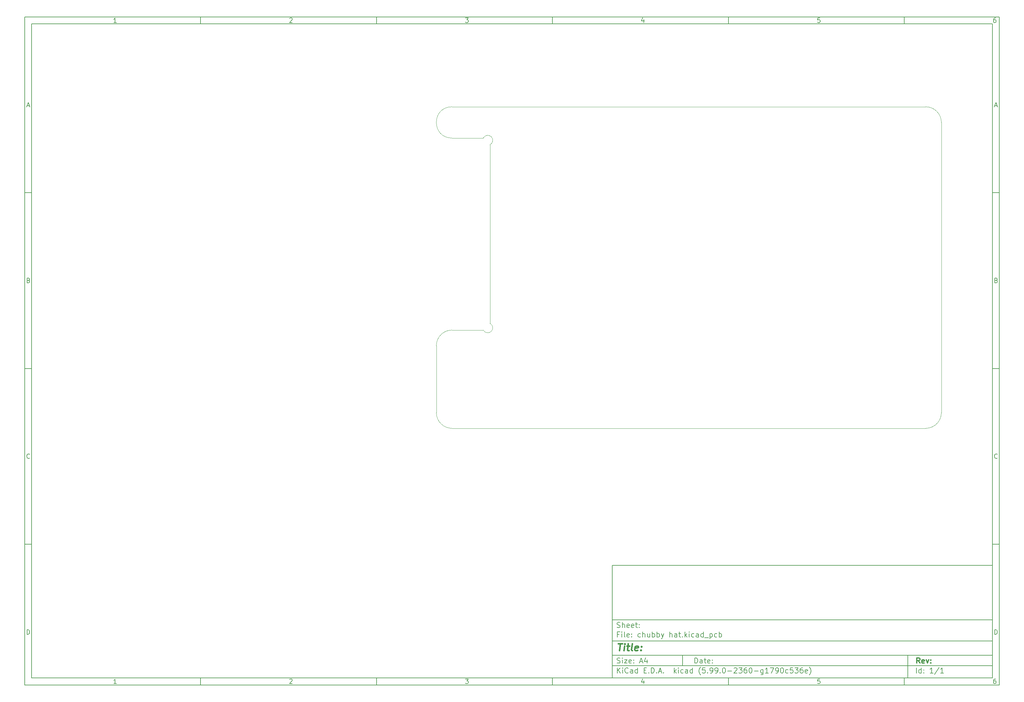
<source format=gbr>
%TF.GenerationSoftware,KiCad,Pcbnew,(5.99.0-2360-g1790c536e)*%
%TF.CreationDate,2020-08-29T16:27:01+02:00*%
%TF.ProjectId,chubby hat,63687562-6279-4206-9861-742e6b696361,rev?*%
%TF.SameCoordinates,Original*%
%TF.FileFunction,Profile,NP*%
%FSLAX46Y46*%
G04 Gerber Fmt 4.6, Leading zero omitted, Abs format (unit mm)*
G04 Created by KiCad (PCBNEW (5.99.0-2360-g1790c536e)) date 2020-08-29 16:27:01*
%MOMM*%
%LPD*%
G01*
G04 APERTURE LIST*
%ADD10C,0.000000*%
%ADD11C,0.150000*%
%ADD12C,0.300000*%
%ADD13C,0.400000*%
%TA.AperFunction,Profile*%
%ADD14C,0.050000*%
%TD*%
G04 APERTURE END LIST*
D10*
D11*
X177002200Y-166007200D02*
X177002200Y-198007200D01*
X285002200Y-198007200D01*
X285002200Y-166007200D01*
X177002200Y-166007200D01*
D10*
D11*
X10000000Y-10000000D02*
X10000000Y-200007200D01*
X287002200Y-200007200D01*
X287002200Y-10000000D01*
X10000000Y-10000000D01*
D10*
D11*
X12000000Y-12000000D02*
X12000000Y-198007200D01*
X285002200Y-198007200D01*
X285002200Y-12000000D01*
X12000000Y-12000000D01*
D10*
D11*
X60000000Y-12000000D02*
X60000000Y-10000000D01*
D10*
D11*
X110000000Y-12000000D02*
X110000000Y-10000000D01*
D10*
D11*
X160000000Y-12000000D02*
X160000000Y-10000000D01*
D10*
D11*
X210000000Y-12000000D02*
X210000000Y-10000000D01*
D10*
D11*
X260000000Y-12000000D02*
X260000000Y-10000000D01*
D10*
D11*
X36065476Y-11588095D02*
X35322619Y-11588095D01*
X35694047Y-11588095D02*
X35694047Y-10288095D01*
X35570238Y-10473809D01*
X35446428Y-10597619D01*
X35322619Y-10659523D01*
D10*
D11*
X85322619Y-10411904D02*
X85384523Y-10350000D01*
X85508333Y-10288095D01*
X85817857Y-10288095D01*
X85941666Y-10350000D01*
X86003571Y-10411904D01*
X86065476Y-10535714D01*
X86065476Y-10659523D01*
X86003571Y-10845238D01*
X85260714Y-11588095D01*
X86065476Y-11588095D01*
D10*
D11*
X135260714Y-10288095D02*
X136065476Y-10288095D01*
X135632142Y-10783333D01*
X135817857Y-10783333D01*
X135941666Y-10845238D01*
X136003571Y-10907142D01*
X136065476Y-11030952D01*
X136065476Y-11340476D01*
X136003571Y-11464285D01*
X135941666Y-11526190D01*
X135817857Y-11588095D01*
X135446428Y-11588095D01*
X135322619Y-11526190D01*
X135260714Y-11464285D01*
D10*
D11*
X185941666Y-10721428D02*
X185941666Y-11588095D01*
X185632142Y-10226190D02*
X185322619Y-11154761D01*
X186127380Y-11154761D01*
D10*
D11*
X236003571Y-10288095D02*
X235384523Y-10288095D01*
X235322619Y-10907142D01*
X235384523Y-10845238D01*
X235508333Y-10783333D01*
X235817857Y-10783333D01*
X235941666Y-10845238D01*
X236003571Y-10907142D01*
X236065476Y-11030952D01*
X236065476Y-11340476D01*
X236003571Y-11464285D01*
X235941666Y-11526190D01*
X235817857Y-11588095D01*
X235508333Y-11588095D01*
X235384523Y-11526190D01*
X235322619Y-11464285D01*
D10*
D11*
X285941666Y-10288095D02*
X285694047Y-10288095D01*
X285570238Y-10350000D01*
X285508333Y-10411904D01*
X285384523Y-10597619D01*
X285322619Y-10845238D01*
X285322619Y-11340476D01*
X285384523Y-11464285D01*
X285446428Y-11526190D01*
X285570238Y-11588095D01*
X285817857Y-11588095D01*
X285941666Y-11526190D01*
X286003571Y-11464285D01*
X286065476Y-11340476D01*
X286065476Y-11030952D01*
X286003571Y-10907142D01*
X285941666Y-10845238D01*
X285817857Y-10783333D01*
X285570238Y-10783333D01*
X285446428Y-10845238D01*
X285384523Y-10907142D01*
X285322619Y-11030952D01*
D10*
D11*
X60000000Y-198007200D02*
X60000000Y-200007200D01*
D10*
D11*
X110000000Y-198007200D02*
X110000000Y-200007200D01*
D10*
D11*
X160000000Y-198007200D02*
X160000000Y-200007200D01*
D10*
D11*
X210000000Y-198007200D02*
X210000000Y-200007200D01*
D10*
D11*
X260000000Y-198007200D02*
X260000000Y-200007200D01*
D10*
D11*
X36065476Y-199595295D02*
X35322619Y-199595295D01*
X35694047Y-199595295D02*
X35694047Y-198295295D01*
X35570238Y-198481009D01*
X35446428Y-198604819D01*
X35322619Y-198666723D01*
D10*
D11*
X85322619Y-198419104D02*
X85384523Y-198357200D01*
X85508333Y-198295295D01*
X85817857Y-198295295D01*
X85941666Y-198357200D01*
X86003571Y-198419104D01*
X86065476Y-198542914D01*
X86065476Y-198666723D01*
X86003571Y-198852438D01*
X85260714Y-199595295D01*
X86065476Y-199595295D01*
D10*
D11*
X135260714Y-198295295D02*
X136065476Y-198295295D01*
X135632142Y-198790533D01*
X135817857Y-198790533D01*
X135941666Y-198852438D01*
X136003571Y-198914342D01*
X136065476Y-199038152D01*
X136065476Y-199347676D01*
X136003571Y-199471485D01*
X135941666Y-199533390D01*
X135817857Y-199595295D01*
X135446428Y-199595295D01*
X135322619Y-199533390D01*
X135260714Y-199471485D01*
D10*
D11*
X185941666Y-198728628D02*
X185941666Y-199595295D01*
X185632142Y-198233390D02*
X185322619Y-199161961D01*
X186127380Y-199161961D01*
D10*
D11*
X236003571Y-198295295D02*
X235384523Y-198295295D01*
X235322619Y-198914342D01*
X235384523Y-198852438D01*
X235508333Y-198790533D01*
X235817857Y-198790533D01*
X235941666Y-198852438D01*
X236003571Y-198914342D01*
X236065476Y-199038152D01*
X236065476Y-199347676D01*
X236003571Y-199471485D01*
X235941666Y-199533390D01*
X235817857Y-199595295D01*
X235508333Y-199595295D01*
X235384523Y-199533390D01*
X235322619Y-199471485D01*
D10*
D11*
X285941666Y-198295295D02*
X285694047Y-198295295D01*
X285570238Y-198357200D01*
X285508333Y-198419104D01*
X285384523Y-198604819D01*
X285322619Y-198852438D01*
X285322619Y-199347676D01*
X285384523Y-199471485D01*
X285446428Y-199533390D01*
X285570238Y-199595295D01*
X285817857Y-199595295D01*
X285941666Y-199533390D01*
X286003571Y-199471485D01*
X286065476Y-199347676D01*
X286065476Y-199038152D01*
X286003571Y-198914342D01*
X285941666Y-198852438D01*
X285817857Y-198790533D01*
X285570238Y-198790533D01*
X285446428Y-198852438D01*
X285384523Y-198914342D01*
X285322619Y-199038152D01*
D10*
D11*
X10000000Y-60000000D02*
X12000000Y-60000000D01*
D10*
D11*
X10000000Y-110000000D02*
X12000000Y-110000000D01*
D10*
D11*
X10000000Y-160000000D02*
X12000000Y-160000000D01*
D10*
D11*
X10690476Y-35216666D02*
X11309523Y-35216666D01*
X10566666Y-35588095D02*
X11000000Y-34288095D01*
X11433333Y-35588095D01*
D10*
D11*
X11092857Y-84907142D02*
X11278571Y-84969047D01*
X11340476Y-85030952D01*
X11402380Y-85154761D01*
X11402380Y-85340476D01*
X11340476Y-85464285D01*
X11278571Y-85526190D01*
X11154761Y-85588095D01*
X10659523Y-85588095D01*
X10659523Y-84288095D01*
X11092857Y-84288095D01*
X11216666Y-84350000D01*
X11278571Y-84411904D01*
X11340476Y-84535714D01*
X11340476Y-84659523D01*
X11278571Y-84783333D01*
X11216666Y-84845238D01*
X11092857Y-84907142D01*
X10659523Y-84907142D01*
D10*
D11*
X11402380Y-135464285D02*
X11340476Y-135526190D01*
X11154761Y-135588095D01*
X11030952Y-135588095D01*
X10845238Y-135526190D01*
X10721428Y-135402380D01*
X10659523Y-135278571D01*
X10597619Y-135030952D01*
X10597619Y-134845238D01*
X10659523Y-134597619D01*
X10721428Y-134473809D01*
X10845238Y-134350000D01*
X11030952Y-134288095D01*
X11154761Y-134288095D01*
X11340476Y-134350000D01*
X11402380Y-134411904D01*
D10*
D11*
X10659523Y-185588095D02*
X10659523Y-184288095D01*
X10969047Y-184288095D01*
X11154761Y-184350000D01*
X11278571Y-184473809D01*
X11340476Y-184597619D01*
X11402380Y-184845238D01*
X11402380Y-185030952D01*
X11340476Y-185278571D01*
X11278571Y-185402380D01*
X11154761Y-185526190D01*
X10969047Y-185588095D01*
X10659523Y-185588095D01*
D10*
D11*
X287002200Y-60000000D02*
X285002200Y-60000000D01*
D10*
D11*
X287002200Y-110000000D02*
X285002200Y-110000000D01*
D10*
D11*
X287002200Y-160000000D02*
X285002200Y-160000000D01*
D10*
D11*
X285692676Y-35216666D02*
X286311723Y-35216666D01*
X285568866Y-35588095D02*
X286002200Y-34288095D01*
X286435533Y-35588095D01*
D10*
D11*
X286095057Y-84907142D02*
X286280771Y-84969047D01*
X286342676Y-85030952D01*
X286404580Y-85154761D01*
X286404580Y-85340476D01*
X286342676Y-85464285D01*
X286280771Y-85526190D01*
X286156961Y-85588095D01*
X285661723Y-85588095D01*
X285661723Y-84288095D01*
X286095057Y-84288095D01*
X286218866Y-84350000D01*
X286280771Y-84411904D01*
X286342676Y-84535714D01*
X286342676Y-84659523D01*
X286280771Y-84783333D01*
X286218866Y-84845238D01*
X286095057Y-84907142D01*
X285661723Y-84907142D01*
D10*
D11*
X286404580Y-135464285D02*
X286342676Y-135526190D01*
X286156961Y-135588095D01*
X286033152Y-135588095D01*
X285847438Y-135526190D01*
X285723628Y-135402380D01*
X285661723Y-135278571D01*
X285599819Y-135030952D01*
X285599819Y-134845238D01*
X285661723Y-134597619D01*
X285723628Y-134473809D01*
X285847438Y-134350000D01*
X286033152Y-134288095D01*
X286156961Y-134288095D01*
X286342676Y-134350000D01*
X286404580Y-134411904D01*
D10*
D11*
X285661723Y-185588095D02*
X285661723Y-184288095D01*
X285971247Y-184288095D01*
X286156961Y-184350000D01*
X286280771Y-184473809D01*
X286342676Y-184597619D01*
X286404580Y-184845238D01*
X286404580Y-185030952D01*
X286342676Y-185278571D01*
X286280771Y-185402380D01*
X286156961Y-185526190D01*
X285971247Y-185588095D01*
X285661723Y-185588095D01*
D10*
D11*
X200434342Y-193785771D02*
X200434342Y-192285771D01*
X200791485Y-192285771D01*
X201005771Y-192357200D01*
X201148628Y-192500057D01*
X201220057Y-192642914D01*
X201291485Y-192928628D01*
X201291485Y-193142914D01*
X201220057Y-193428628D01*
X201148628Y-193571485D01*
X201005771Y-193714342D01*
X200791485Y-193785771D01*
X200434342Y-193785771D01*
X202577200Y-193785771D02*
X202577200Y-193000057D01*
X202505771Y-192857200D01*
X202362914Y-192785771D01*
X202077200Y-192785771D01*
X201934342Y-192857200D01*
X202577200Y-193714342D02*
X202434342Y-193785771D01*
X202077200Y-193785771D01*
X201934342Y-193714342D01*
X201862914Y-193571485D01*
X201862914Y-193428628D01*
X201934342Y-193285771D01*
X202077200Y-193214342D01*
X202434342Y-193214342D01*
X202577200Y-193142914D01*
X203077200Y-192785771D02*
X203648628Y-192785771D01*
X203291485Y-192285771D02*
X203291485Y-193571485D01*
X203362914Y-193714342D01*
X203505771Y-193785771D01*
X203648628Y-193785771D01*
X204720057Y-193714342D02*
X204577200Y-193785771D01*
X204291485Y-193785771D01*
X204148628Y-193714342D01*
X204077200Y-193571485D01*
X204077200Y-193000057D01*
X204148628Y-192857200D01*
X204291485Y-192785771D01*
X204577200Y-192785771D01*
X204720057Y-192857200D01*
X204791485Y-193000057D01*
X204791485Y-193142914D01*
X204077200Y-193285771D01*
X205434342Y-193642914D02*
X205505771Y-193714342D01*
X205434342Y-193785771D01*
X205362914Y-193714342D01*
X205434342Y-193642914D01*
X205434342Y-193785771D01*
X205434342Y-192857200D02*
X205505771Y-192928628D01*
X205434342Y-193000057D01*
X205362914Y-192928628D01*
X205434342Y-192857200D01*
X205434342Y-193000057D01*
D10*
D11*
X177002200Y-194507200D02*
X285002200Y-194507200D01*
D10*
D11*
X178434342Y-196585771D02*
X178434342Y-195085771D01*
X179291485Y-196585771D02*
X178648628Y-195728628D01*
X179291485Y-195085771D02*
X178434342Y-195942914D01*
X179934342Y-196585771D02*
X179934342Y-195585771D01*
X179934342Y-195085771D02*
X179862914Y-195157200D01*
X179934342Y-195228628D01*
X180005771Y-195157200D01*
X179934342Y-195085771D01*
X179934342Y-195228628D01*
X181505771Y-196442914D02*
X181434342Y-196514342D01*
X181220057Y-196585771D01*
X181077200Y-196585771D01*
X180862914Y-196514342D01*
X180720057Y-196371485D01*
X180648628Y-196228628D01*
X180577200Y-195942914D01*
X180577200Y-195728628D01*
X180648628Y-195442914D01*
X180720057Y-195300057D01*
X180862914Y-195157200D01*
X181077200Y-195085771D01*
X181220057Y-195085771D01*
X181434342Y-195157200D01*
X181505771Y-195228628D01*
X182791485Y-196585771D02*
X182791485Y-195800057D01*
X182720057Y-195657200D01*
X182577200Y-195585771D01*
X182291485Y-195585771D01*
X182148628Y-195657200D01*
X182791485Y-196514342D02*
X182648628Y-196585771D01*
X182291485Y-196585771D01*
X182148628Y-196514342D01*
X182077200Y-196371485D01*
X182077200Y-196228628D01*
X182148628Y-196085771D01*
X182291485Y-196014342D01*
X182648628Y-196014342D01*
X182791485Y-195942914D01*
X184148628Y-196585771D02*
X184148628Y-195085771D01*
X184148628Y-196514342D02*
X184005771Y-196585771D01*
X183720057Y-196585771D01*
X183577200Y-196514342D01*
X183505771Y-196442914D01*
X183434342Y-196300057D01*
X183434342Y-195871485D01*
X183505771Y-195728628D01*
X183577200Y-195657200D01*
X183720057Y-195585771D01*
X184005771Y-195585771D01*
X184148628Y-195657200D01*
X186005771Y-195800057D02*
X186505771Y-195800057D01*
X186720057Y-196585771D02*
X186005771Y-196585771D01*
X186005771Y-195085771D01*
X186720057Y-195085771D01*
X187362914Y-196442914D02*
X187434342Y-196514342D01*
X187362914Y-196585771D01*
X187291485Y-196514342D01*
X187362914Y-196442914D01*
X187362914Y-196585771D01*
X188077200Y-196585771D02*
X188077200Y-195085771D01*
X188434342Y-195085771D01*
X188648628Y-195157200D01*
X188791485Y-195300057D01*
X188862914Y-195442914D01*
X188934342Y-195728628D01*
X188934342Y-195942914D01*
X188862914Y-196228628D01*
X188791485Y-196371485D01*
X188648628Y-196514342D01*
X188434342Y-196585771D01*
X188077200Y-196585771D01*
X189577200Y-196442914D02*
X189648628Y-196514342D01*
X189577200Y-196585771D01*
X189505771Y-196514342D01*
X189577200Y-196442914D01*
X189577200Y-196585771D01*
X190220057Y-196157200D02*
X190934342Y-196157200D01*
X190077200Y-196585771D02*
X190577200Y-195085771D01*
X191077200Y-196585771D01*
X191577200Y-196442914D02*
X191648628Y-196514342D01*
X191577200Y-196585771D01*
X191505771Y-196514342D01*
X191577200Y-196442914D01*
X191577200Y-196585771D01*
X194577200Y-196585771D02*
X194577200Y-195085771D01*
X194720057Y-196014342D02*
X195148628Y-196585771D01*
X195148628Y-195585771D02*
X194577200Y-196157200D01*
X195791485Y-196585771D02*
X195791485Y-195585771D01*
X195791485Y-195085771D02*
X195720057Y-195157200D01*
X195791485Y-195228628D01*
X195862914Y-195157200D01*
X195791485Y-195085771D01*
X195791485Y-195228628D01*
X197148628Y-196514342D02*
X197005771Y-196585771D01*
X196720057Y-196585771D01*
X196577200Y-196514342D01*
X196505771Y-196442914D01*
X196434342Y-196300057D01*
X196434342Y-195871485D01*
X196505771Y-195728628D01*
X196577200Y-195657200D01*
X196720057Y-195585771D01*
X197005771Y-195585771D01*
X197148628Y-195657200D01*
X198434342Y-196585771D02*
X198434342Y-195800057D01*
X198362914Y-195657200D01*
X198220057Y-195585771D01*
X197934342Y-195585771D01*
X197791485Y-195657200D01*
X198434342Y-196514342D02*
X198291485Y-196585771D01*
X197934342Y-196585771D01*
X197791485Y-196514342D01*
X197720057Y-196371485D01*
X197720057Y-196228628D01*
X197791485Y-196085771D01*
X197934342Y-196014342D01*
X198291485Y-196014342D01*
X198434342Y-195942914D01*
X199791485Y-196585771D02*
X199791485Y-195085771D01*
X199791485Y-196514342D02*
X199648628Y-196585771D01*
X199362914Y-196585771D01*
X199220057Y-196514342D01*
X199148628Y-196442914D01*
X199077200Y-196300057D01*
X199077200Y-195871485D01*
X199148628Y-195728628D01*
X199220057Y-195657200D01*
X199362914Y-195585771D01*
X199648628Y-195585771D01*
X199791485Y-195657200D01*
X202077200Y-197157200D02*
X202005771Y-197085771D01*
X201862914Y-196871485D01*
X201791485Y-196728628D01*
X201720057Y-196514342D01*
X201648628Y-196157200D01*
X201648628Y-195871485D01*
X201720057Y-195514342D01*
X201791485Y-195300057D01*
X201862914Y-195157200D01*
X202005771Y-194942914D01*
X202077200Y-194871485D01*
X203362914Y-195085771D02*
X202648628Y-195085771D01*
X202577200Y-195800057D01*
X202648628Y-195728628D01*
X202791485Y-195657200D01*
X203148628Y-195657200D01*
X203291485Y-195728628D01*
X203362914Y-195800057D01*
X203434342Y-195942914D01*
X203434342Y-196300057D01*
X203362914Y-196442914D01*
X203291485Y-196514342D01*
X203148628Y-196585771D01*
X202791485Y-196585771D01*
X202648628Y-196514342D01*
X202577200Y-196442914D01*
X204077200Y-196442914D02*
X204148628Y-196514342D01*
X204077200Y-196585771D01*
X204005771Y-196514342D01*
X204077200Y-196442914D01*
X204077200Y-196585771D01*
X204862914Y-196585771D02*
X205148628Y-196585771D01*
X205291485Y-196514342D01*
X205362914Y-196442914D01*
X205505771Y-196228628D01*
X205577200Y-195942914D01*
X205577200Y-195371485D01*
X205505771Y-195228628D01*
X205434342Y-195157200D01*
X205291485Y-195085771D01*
X205005771Y-195085771D01*
X204862914Y-195157200D01*
X204791485Y-195228628D01*
X204720057Y-195371485D01*
X204720057Y-195728628D01*
X204791485Y-195871485D01*
X204862914Y-195942914D01*
X205005771Y-196014342D01*
X205291485Y-196014342D01*
X205434342Y-195942914D01*
X205505771Y-195871485D01*
X205577200Y-195728628D01*
X206291485Y-196585771D02*
X206577200Y-196585771D01*
X206720057Y-196514342D01*
X206791485Y-196442914D01*
X206934342Y-196228628D01*
X207005771Y-195942914D01*
X207005771Y-195371485D01*
X206934342Y-195228628D01*
X206862914Y-195157200D01*
X206720057Y-195085771D01*
X206434342Y-195085771D01*
X206291485Y-195157200D01*
X206220057Y-195228628D01*
X206148628Y-195371485D01*
X206148628Y-195728628D01*
X206220057Y-195871485D01*
X206291485Y-195942914D01*
X206434342Y-196014342D01*
X206720057Y-196014342D01*
X206862914Y-195942914D01*
X206934342Y-195871485D01*
X207005771Y-195728628D01*
X207648628Y-196442914D02*
X207720057Y-196514342D01*
X207648628Y-196585771D01*
X207577200Y-196514342D01*
X207648628Y-196442914D01*
X207648628Y-196585771D01*
X208648628Y-195085771D02*
X208791485Y-195085771D01*
X208934342Y-195157200D01*
X209005771Y-195228628D01*
X209077200Y-195371485D01*
X209148628Y-195657200D01*
X209148628Y-196014342D01*
X209077200Y-196300057D01*
X209005771Y-196442914D01*
X208934342Y-196514342D01*
X208791485Y-196585771D01*
X208648628Y-196585771D01*
X208505771Y-196514342D01*
X208434342Y-196442914D01*
X208362914Y-196300057D01*
X208291485Y-196014342D01*
X208291485Y-195657200D01*
X208362914Y-195371485D01*
X208434342Y-195228628D01*
X208505771Y-195157200D01*
X208648628Y-195085771D01*
X209791485Y-196014342D02*
X210934342Y-196014342D01*
X211577200Y-195228628D02*
X211648628Y-195157200D01*
X211791485Y-195085771D01*
X212148628Y-195085771D01*
X212291485Y-195157200D01*
X212362914Y-195228628D01*
X212434342Y-195371485D01*
X212434342Y-195514342D01*
X212362914Y-195728628D01*
X211505771Y-196585771D01*
X212434342Y-196585771D01*
X212934342Y-195085771D02*
X213862914Y-195085771D01*
X213362914Y-195657200D01*
X213577200Y-195657200D01*
X213720057Y-195728628D01*
X213791485Y-195800057D01*
X213862914Y-195942914D01*
X213862914Y-196300057D01*
X213791485Y-196442914D01*
X213720057Y-196514342D01*
X213577200Y-196585771D01*
X213148628Y-196585771D01*
X213005771Y-196514342D01*
X212934342Y-196442914D01*
X215148628Y-195085771D02*
X214862914Y-195085771D01*
X214720057Y-195157200D01*
X214648628Y-195228628D01*
X214505771Y-195442914D01*
X214434342Y-195728628D01*
X214434342Y-196300057D01*
X214505771Y-196442914D01*
X214577200Y-196514342D01*
X214720057Y-196585771D01*
X215005771Y-196585771D01*
X215148628Y-196514342D01*
X215220057Y-196442914D01*
X215291485Y-196300057D01*
X215291485Y-195942914D01*
X215220057Y-195800057D01*
X215148628Y-195728628D01*
X215005771Y-195657200D01*
X214720057Y-195657200D01*
X214577200Y-195728628D01*
X214505771Y-195800057D01*
X214434342Y-195942914D01*
X216220057Y-195085771D02*
X216362914Y-195085771D01*
X216505771Y-195157200D01*
X216577200Y-195228628D01*
X216648628Y-195371485D01*
X216720057Y-195657200D01*
X216720057Y-196014342D01*
X216648628Y-196300057D01*
X216577200Y-196442914D01*
X216505771Y-196514342D01*
X216362914Y-196585771D01*
X216220057Y-196585771D01*
X216077200Y-196514342D01*
X216005771Y-196442914D01*
X215934342Y-196300057D01*
X215862914Y-196014342D01*
X215862914Y-195657200D01*
X215934342Y-195371485D01*
X216005771Y-195228628D01*
X216077200Y-195157200D01*
X216220057Y-195085771D01*
X217362914Y-196014342D02*
X218505771Y-196014342D01*
X219862914Y-195585771D02*
X219862914Y-196800057D01*
X219791485Y-196942914D01*
X219720057Y-197014342D01*
X219577200Y-197085771D01*
X219362914Y-197085771D01*
X219220057Y-197014342D01*
X219862914Y-196514342D02*
X219720057Y-196585771D01*
X219434342Y-196585771D01*
X219291485Y-196514342D01*
X219220057Y-196442914D01*
X219148628Y-196300057D01*
X219148628Y-195871485D01*
X219220057Y-195728628D01*
X219291485Y-195657200D01*
X219434342Y-195585771D01*
X219720057Y-195585771D01*
X219862914Y-195657200D01*
X221362914Y-196585771D02*
X220505771Y-196585771D01*
X220934342Y-196585771D02*
X220934342Y-195085771D01*
X220791485Y-195300057D01*
X220648628Y-195442914D01*
X220505771Y-195514342D01*
X221862914Y-195085771D02*
X222862914Y-195085771D01*
X222220057Y-196585771D01*
X223505771Y-196585771D02*
X223791485Y-196585771D01*
X223934342Y-196514342D01*
X224005771Y-196442914D01*
X224148628Y-196228628D01*
X224220057Y-195942914D01*
X224220057Y-195371485D01*
X224148628Y-195228628D01*
X224077200Y-195157200D01*
X223934342Y-195085771D01*
X223648628Y-195085771D01*
X223505771Y-195157200D01*
X223434342Y-195228628D01*
X223362914Y-195371485D01*
X223362914Y-195728628D01*
X223434342Y-195871485D01*
X223505771Y-195942914D01*
X223648628Y-196014342D01*
X223934342Y-196014342D01*
X224077200Y-195942914D01*
X224148628Y-195871485D01*
X224220057Y-195728628D01*
X225148628Y-195085771D02*
X225291485Y-195085771D01*
X225434342Y-195157200D01*
X225505771Y-195228628D01*
X225577200Y-195371485D01*
X225648628Y-195657200D01*
X225648628Y-196014342D01*
X225577200Y-196300057D01*
X225505771Y-196442914D01*
X225434342Y-196514342D01*
X225291485Y-196585771D01*
X225148628Y-196585771D01*
X225005771Y-196514342D01*
X224934342Y-196442914D01*
X224862914Y-196300057D01*
X224791485Y-196014342D01*
X224791485Y-195657200D01*
X224862914Y-195371485D01*
X224934342Y-195228628D01*
X225005771Y-195157200D01*
X225148628Y-195085771D01*
X226934342Y-196514342D02*
X226791485Y-196585771D01*
X226505771Y-196585771D01*
X226362914Y-196514342D01*
X226291485Y-196442914D01*
X226220057Y-196300057D01*
X226220057Y-195871485D01*
X226291485Y-195728628D01*
X226362914Y-195657200D01*
X226505771Y-195585771D01*
X226791485Y-195585771D01*
X226934342Y-195657200D01*
X228291485Y-195085771D02*
X227577199Y-195085771D01*
X227505771Y-195800057D01*
X227577199Y-195728628D01*
X227720057Y-195657200D01*
X228077199Y-195657200D01*
X228220057Y-195728628D01*
X228291485Y-195800057D01*
X228362914Y-195942914D01*
X228362914Y-196300057D01*
X228291485Y-196442914D01*
X228220057Y-196514342D01*
X228077199Y-196585771D01*
X227720057Y-196585771D01*
X227577199Y-196514342D01*
X227505771Y-196442914D01*
X228862914Y-195085771D02*
X229791485Y-195085771D01*
X229291485Y-195657200D01*
X229505771Y-195657200D01*
X229648628Y-195728628D01*
X229720057Y-195800057D01*
X229791485Y-195942914D01*
X229791485Y-196300057D01*
X229720057Y-196442914D01*
X229648628Y-196514342D01*
X229505771Y-196585771D01*
X229077199Y-196585771D01*
X228934342Y-196514342D01*
X228862914Y-196442914D01*
X231077199Y-195085771D02*
X230791485Y-195085771D01*
X230648628Y-195157200D01*
X230577199Y-195228628D01*
X230434342Y-195442914D01*
X230362914Y-195728628D01*
X230362914Y-196300057D01*
X230434342Y-196442914D01*
X230505771Y-196514342D01*
X230648628Y-196585771D01*
X230934342Y-196585771D01*
X231077199Y-196514342D01*
X231148628Y-196442914D01*
X231220057Y-196300057D01*
X231220057Y-195942914D01*
X231148628Y-195800057D01*
X231077199Y-195728628D01*
X230934342Y-195657200D01*
X230648628Y-195657200D01*
X230505771Y-195728628D01*
X230434342Y-195800057D01*
X230362914Y-195942914D01*
X232434342Y-196514342D02*
X232291485Y-196585771D01*
X232005771Y-196585771D01*
X231862914Y-196514342D01*
X231791485Y-196371485D01*
X231791485Y-195800057D01*
X231862914Y-195657200D01*
X232005771Y-195585771D01*
X232291485Y-195585771D01*
X232434342Y-195657200D01*
X232505771Y-195800057D01*
X232505771Y-195942914D01*
X231791485Y-196085771D01*
X233005771Y-197157200D02*
X233077199Y-197085771D01*
X233220057Y-196871485D01*
X233291485Y-196728628D01*
X233362914Y-196514342D01*
X233434342Y-196157200D01*
X233434342Y-195871485D01*
X233362914Y-195514342D01*
X233291485Y-195300057D01*
X233220057Y-195157200D01*
X233077199Y-194942914D01*
X233005771Y-194871485D01*
D10*
D11*
X177002200Y-191507200D02*
X285002200Y-191507200D01*
D10*
D12*
X264411485Y-193785771D02*
X263911485Y-193071485D01*
X263554342Y-193785771D02*
X263554342Y-192285771D01*
X264125771Y-192285771D01*
X264268628Y-192357200D01*
X264340057Y-192428628D01*
X264411485Y-192571485D01*
X264411485Y-192785771D01*
X264340057Y-192928628D01*
X264268628Y-193000057D01*
X264125771Y-193071485D01*
X263554342Y-193071485D01*
X265625771Y-193714342D02*
X265482914Y-193785771D01*
X265197200Y-193785771D01*
X265054342Y-193714342D01*
X264982914Y-193571485D01*
X264982914Y-193000057D01*
X265054342Y-192857200D01*
X265197200Y-192785771D01*
X265482914Y-192785771D01*
X265625771Y-192857200D01*
X265697200Y-193000057D01*
X265697200Y-193142914D01*
X264982914Y-193285771D01*
X266197200Y-192785771D02*
X266554342Y-193785771D01*
X266911485Y-192785771D01*
X267482914Y-193642914D02*
X267554342Y-193714342D01*
X267482914Y-193785771D01*
X267411485Y-193714342D01*
X267482914Y-193642914D01*
X267482914Y-193785771D01*
X267482914Y-192857200D02*
X267554342Y-192928628D01*
X267482914Y-193000057D01*
X267411485Y-192928628D01*
X267482914Y-192857200D01*
X267482914Y-193000057D01*
D10*
D11*
X178362914Y-193714342D02*
X178577200Y-193785771D01*
X178934342Y-193785771D01*
X179077200Y-193714342D01*
X179148628Y-193642914D01*
X179220057Y-193500057D01*
X179220057Y-193357200D01*
X179148628Y-193214342D01*
X179077200Y-193142914D01*
X178934342Y-193071485D01*
X178648628Y-193000057D01*
X178505771Y-192928628D01*
X178434342Y-192857200D01*
X178362914Y-192714342D01*
X178362914Y-192571485D01*
X178434342Y-192428628D01*
X178505771Y-192357200D01*
X178648628Y-192285771D01*
X179005771Y-192285771D01*
X179220057Y-192357200D01*
X179862914Y-193785771D02*
X179862914Y-192785771D01*
X179862914Y-192285771D02*
X179791485Y-192357200D01*
X179862914Y-192428628D01*
X179934342Y-192357200D01*
X179862914Y-192285771D01*
X179862914Y-192428628D01*
X180434342Y-192785771D02*
X181220057Y-192785771D01*
X180434342Y-193785771D01*
X181220057Y-193785771D01*
X182362914Y-193714342D02*
X182220057Y-193785771D01*
X181934342Y-193785771D01*
X181791485Y-193714342D01*
X181720057Y-193571485D01*
X181720057Y-193000057D01*
X181791485Y-192857200D01*
X181934342Y-192785771D01*
X182220057Y-192785771D01*
X182362914Y-192857200D01*
X182434342Y-193000057D01*
X182434342Y-193142914D01*
X181720057Y-193285771D01*
X183077200Y-193642914D02*
X183148628Y-193714342D01*
X183077200Y-193785771D01*
X183005771Y-193714342D01*
X183077200Y-193642914D01*
X183077200Y-193785771D01*
X183077200Y-192857200D02*
X183148628Y-192928628D01*
X183077200Y-193000057D01*
X183005771Y-192928628D01*
X183077200Y-192857200D01*
X183077200Y-193000057D01*
X184862914Y-193357200D02*
X185577200Y-193357200D01*
X184720057Y-193785771D02*
X185220057Y-192285771D01*
X185720057Y-193785771D01*
X186862914Y-192785771D02*
X186862914Y-193785771D01*
X186505771Y-192214342D02*
X186148628Y-193285771D01*
X187077200Y-193285771D01*
D10*
D11*
X263434342Y-196585771D02*
X263434342Y-195085771D01*
X264791485Y-196585771D02*
X264791485Y-195085771D01*
X264791485Y-196514342D02*
X264648628Y-196585771D01*
X264362914Y-196585771D01*
X264220057Y-196514342D01*
X264148628Y-196442914D01*
X264077200Y-196300057D01*
X264077200Y-195871485D01*
X264148628Y-195728628D01*
X264220057Y-195657200D01*
X264362914Y-195585771D01*
X264648628Y-195585771D01*
X264791485Y-195657200D01*
X265505771Y-196442914D02*
X265577200Y-196514342D01*
X265505771Y-196585771D01*
X265434342Y-196514342D01*
X265505771Y-196442914D01*
X265505771Y-196585771D01*
X265505771Y-195657200D02*
X265577200Y-195728628D01*
X265505771Y-195800057D01*
X265434342Y-195728628D01*
X265505771Y-195657200D01*
X265505771Y-195800057D01*
X268148628Y-196585771D02*
X267291485Y-196585771D01*
X267720057Y-196585771D02*
X267720057Y-195085771D01*
X267577200Y-195300057D01*
X267434342Y-195442914D01*
X267291485Y-195514342D01*
X269862914Y-195014342D02*
X268577200Y-196942914D01*
X271148628Y-196585771D02*
X270291485Y-196585771D01*
X270720057Y-196585771D02*
X270720057Y-195085771D01*
X270577200Y-195300057D01*
X270434342Y-195442914D01*
X270291485Y-195514342D01*
D10*
D11*
X177002200Y-187507200D02*
X285002200Y-187507200D01*
D10*
D13*
X178714580Y-188211961D02*
X179857438Y-188211961D01*
X179036009Y-190211961D02*
X179286009Y-188211961D01*
X180274104Y-190211961D02*
X180440771Y-188878628D01*
X180524104Y-188211961D02*
X180416961Y-188307200D01*
X180500295Y-188402438D01*
X180607438Y-188307200D01*
X180524104Y-188211961D01*
X180500295Y-188402438D01*
X181107438Y-188878628D02*
X181869342Y-188878628D01*
X181476485Y-188211961D02*
X181262200Y-189926247D01*
X181333628Y-190116723D01*
X181512200Y-190211961D01*
X181702676Y-190211961D01*
X182655057Y-190211961D02*
X182476485Y-190116723D01*
X182405057Y-189926247D01*
X182619342Y-188211961D01*
X184190771Y-190116723D02*
X183988390Y-190211961D01*
X183607438Y-190211961D01*
X183428866Y-190116723D01*
X183357438Y-189926247D01*
X183452676Y-189164342D01*
X183571723Y-188973866D01*
X183774104Y-188878628D01*
X184155057Y-188878628D01*
X184333628Y-188973866D01*
X184405057Y-189164342D01*
X184381247Y-189354819D01*
X183405057Y-189545295D01*
X185155057Y-190021485D02*
X185238390Y-190116723D01*
X185131247Y-190211961D01*
X185047914Y-190116723D01*
X185155057Y-190021485D01*
X185131247Y-190211961D01*
X185286009Y-188973866D02*
X185369342Y-189069104D01*
X185262200Y-189164342D01*
X185178866Y-189069104D01*
X185286009Y-188973866D01*
X185262200Y-189164342D01*
D10*
D11*
X178934342Y-185600057D02*
X178434342Y-185600057D01*
X178434342Y-186385771D02*
X178434342Y-184885771D01*
X179148628Y-184885771D01*
X179720057Y-186385771D02*
X179720057Y-185385771D01*
X179720057Y-184885771D02*
X179648628Y-184957200D01*
X179720057Y-185028628D01*
X179791485Y-184957200D01*
X179720057Y-184885771D01*
X179720057Y-185028628D01*
X180648628Y-186385771D02*
X180505771Y-186314342D01*
X180434342Y-186171485D01*
X180434342Y-184885771D01*
X181791485Y-186314342D02*
X181648628Y-186385771D01*
X181362914Y-186385771D01*
X181220057Y-186314342D01*
X181148628Y-186171485D01*
X181148628Y-185600057D01*
X181220057Y-185457200D01*
X181362914Y-185385771D01*
X181648628Y-185385771D01*
X181791485Y-185457200D01*
X181862914Y-185600057D01*
X181862914Y-185742914D01*
X181148628Y-185885771D01*
X182505771Y-186242914D02*
X182577200Y-186314342D01*
X182505771Y-186385771D01*
X182434342Y-186314342D01*
X182505771Y-186242914D01*
X182505771Y-186385771D01*
X182505771Y-185457200D02*
X182577200Y-185528628D01*
X182505771Y-185600057D01*
X182434342Y-185528628D01*
X182505771Y-185457200D01*
X182505771Y-185600057D01*
X185005771Y-186314342D02*
X184862914Y-186385771D01*
X184577200Y-186385771D01*
X184434342Y-186314342D01*
X184362914Y-186242914D01*
X184291485Y-186100057D01*
X184291485Y-185671485D01*
X184362914Y-185528628D01*
X184434342Y-185457200D01*
X184577200Y-185385771D01*
X184862914Y-185385771D01*
X185005771Y-185457200D01*
X185648628Y-186385771D02*
X185648628Y-184885771D01*
X186291485Y-186385771D02*
X186291485Y-185600057D01*
X186220057Y-185457200D01*
X186077200Y-185385771D01*
X185862914Y-185385771D01*
X185720057Y-185457200D01*
X185648628Y-185528628D01*
X187648628Y-185385771D02*
X187648628Y-186385771D01*
X187005771Y-185385771D02*
X187005771Y-186171485D01*
X187077200Y-186314342D01*
X187220057Y-186385771D01*
X187434342Y-186385771D01*
X187577200Y-186314342D01*
X187648628Y-186242914D01*
X188362914Y-186385771D02*
X188362914Y-184885771D01*
X188362914Y-185457200D02*
X188505771Y-185385771D01*
X188791485Y-185385771D01*
X188934342Y-185457200D01*
X189005771Y-185528628D01*
X189077200Y-185671485D01*
X189077200Y-186100057D01*
X189005771Y-186242914D01*
X188934342Y-186314342D01*
X188791485Y-186385771D01*
X188505771Y-186385771D01*
X188362914Y-186314342D01*
X189720057Y-186385771D02*
X189720057Y-184885771D01*
X189720057Y-185457200D02*
X189862914Y-185385771D01*
X190148628Y-185385771D01*
X190291485Y-185457200D01*
X190362914Y-185528628D01*
X190434342Y-185671485D01*
X190434342Y-186100057D01*
X190362914Y-186242914D01*
X190291485Y-186314342D01*
X190148628Y-186385771D01*
X189862914Y-186385771D01*
X189720057Y-186314342D01*
X190934342Y-185385771D02*
X191291485Y-186385771D01*
X191648628Y-185385771D02*
X191291485Y-186385771D01*
X191148628Y-186742914D01*
X191077200Y-186814342D01*
X190934342Y-186885771D01*
X193362914Y-186385771D02*
X193362914Y-184885771D01*
X194005771Y-186385771D02*
X194005771Y-185600057D01*
X193934342Y-185457200D01*
X193791485Y-185385771D01*
X193577200Y-185385771D01*
X193434342Y-185457200D01*
X193362914Y-185528628D01*
X195362914Y-186385771D02*
X195362914Y-185600057D01*
X195291485Y-185457200D01*
X195148628Y-185385771D01*
X194862914Y-185385771D01*
X194720057Y-185457200D01*
X195362914Y-186314342D02*
X195220057Y-186385771D01*
X194862914Y-186385771D01*
X194720057Y-186314342D01*
X194648628Y-186171485D01*
X194648628Y-186028628D01*
X194720057Y-185885771D01*
X194862914Y-185814342D01*
X195220057Y-185814342D01*
X195362914Y-185742914D01*
X195862914Y-185385771D02*
X196434342Y-185385771D01*
X196077200Y-184885771D02*
X196077200Y-186171485D01*
X196148628Y-186314342D01*
X196291485Y-186385771D01*
X196434342Y-186385771D01*
X196934342Y-186242914D02*
X197005771Y-186314342D01*
X196934342Y-186385771D01*
X196862914Y-186314342D01*
X196934342Y-186242914D01*
X196934342Y-186385771D01*
X197648628Y-186385771D02*
X197648628Y-184885771D01*
X197791485Y-185814342D02*
X198220057Y-186385771D01*
X198220057Y-185385771D02*
X197648628Y-185957200D01*
X198862914Y-186385771D02*
X198862914Y-185385771D01*
X198862914Y-184885771D02*
X198791485Y-184957200D01*
X198862914Y-185028628D01*
X198934342Y-184957200D01*
X198862914Y-184885771D01*
X198862914Y-185028628D01*
X200220057Y-186314342D02*
X200077200Y-186385771D01*
X199791485Y-186385771D01*
X199648628Y-186314342D01*
X199577200Y-186242914D01*
X199505771Y-186100057D01*
X199505771Y-185671485D01*
X199577200Y-185528628D01*
X199648628Y-185457200D01*
X199791485Y-185385771D01*
X200077200Y-185385771D01*
X200220057Y-185457200D01*
X201505771Y-186385771D02*
X201505771Y-185600057D01*
X201434342Y-185457200D01*
X201291485Y-185385771D01*
X201005771Y-185385771D01*
X200862914Y-185457200D01*
X201505771Y-186314342D02*
X201362914Y-186385771D01*
X201005771Y-186385771D01*
X200862914Y-186314342D01*
X200791485Y-186171485D01*
X200791485Y-186028628D01*
X200862914Y-185885771D01*
X201005771Y-185814342D01*
X201362914Y-185814342D01*
X201505771Y-185742914D01*
X202862914Y-186385771D02*
X202862914Y-184885771D01*
X202862914Y-186314342D02*
X202720057Y-186385771D01*
X202434342Y-186385771D01*
X202291485Y-186314342D01*
X202220057Y-186242914D01*
X202148628Y-186100057D01*
X202148628Y-185671485D01*
X202220057Y-185528628D01*
X202291485Y-185457200D01*
X202434342Y-185385771D01*
X202720057Y-185385771D01*
X202862914Y-185457200D01*
X203220057Y-186528628D02*
X204362914Y-186528628D01*
X204720057Y-185385771D02*
X204720057Y-186885771D01*
X204720057Y-185457200D02*
X204862914Y-185385771D01*
X205148628Y-185385771D01*
X205291485Y-185457200D01*
X205362914Y-185528628D01*
X205434342Y-185671485D01*
X205434342Y-186100057D01*
X205362914Y-186242914D01*
X205291485Y-186314342D01*
X205148628Y-186385771D01*
X204862914Y-186385771D01*
X204720057Y-186314342D01*
X206720057Y-186314342D02*
X206577200Y-186385771D01*
X206291485Y-186385771D01*
X206148628Y-186314342D01*
X206077200Y-186242914D01*
X206005771Y-186100057D01*
X206005771Y-185671485D01*
X206077200Y-185528628D01*
X206148628Y-185457200D01*
X206291485Y-185385771D01*
X206577200Y-185385771D01*
X206720057Y-185457200D01*
X207362914Y-186385771D02*
X207362914Y-184885771D01*
X207362914Y-185457200D02*
X207505771Y-185385771D01*
X207791485Y-185385771D01*
X207934342Y-185457200D01*
X208005771Y-185528628D01*
X208077200Y-185671485D01*
X208077200Y-186100057D01*
X208005771Y-186242914D01*
X207934342Y-186314342D01*
X207791485Y-186385771D01*
X207505771Y-186385771D01*
X207362914Y-186314342D01*
D10*
D11*
X177002200Y-181507200D02*
X285002200Y-181507200D01*
D10*
D11*
X178362914Y-183614342D02*
X178577200Y-183685771D01*
X178934342Y-183685771D01*
X179077200Y-183614342D01*
X179148628Y-183542914D01*
X179220057Y-183400057D01*
X179220057Y-183257200D01*
X179148628Y-183114342D01*
X179077200Y-183042914D01*
X178934342Y-182971485D01*
X178648628Y-182900057D01*
X178505771Y-182828628D01*
X178434342Y-182757200D01*
X178362914Y-182614342D01*
X178362914Y-182471485D01*
X178434342Y-182328628D01*
X178505771Y-182257200D01*
X178648628Y-182185771D01*
X179005771Y-182185771D01*
X179220057Y-182257200D01*
X179862914Y-183685771D02*
X179862914Y-182185771D01*
X180505771Y-183685771D02*
X180505771Y-182900057D01*
X180434342Y-182757200D01*
X180291485Y-182685771D01*
X180077200Y-182685771D01*
X179934342Y-182757200D01*
X179862914Y-182828628D01*
X181791485Y-183614342D02*
X181648628Y-183685771D01*
X181362914Y-183685771D01*
X181220057Y-183614342D01*
X181148628Y-183471485D01*
X181148628Y-182900057D01*
X181220057Y-182757200D01*
X181362914Y-182685771D01*
X181648628Y-182685771D01*
X181791485Y-182757200D01*
X181862914Y-182900057D01*
X181862914Y-183042914D01*
X181148628Y-183185771D01*
X183077200Y-183614342D02*
X182934342Y-183685771D01*
X182648628Y-183685771D01*
X182505771Y-183614342D01*
X182434342Y-183471485D01*
X182434342Y-182900057D01*
X182505771Y-182757200D01*
X182648628Y-182685771D01*
X182934342Y-182685771D01*
X183077200Y-182757200D01*
X183148628Y-182900057D01*
X183148628Y-183042914D01*
X182434342Y-183185771D01*
X183577200Y-182685771D02*
X184148628Y-182685771D01*
X183791485Y-182185771D02*
X183791485Y-183471485D01*
X183862914Y-183614342D01*
X184005771Y-183685771D01*
X184148628Y-183685771D01*
X184648628Y-183542914D02*
X184720057Y-183614342D01*
X184648628Y-183685771D01*
X184577200Y-183614342D01*
X184648628Y-183542914D01*
X184648628Y-183685771D01*
X184648628Y-182757200D02*
X184720057Y-182828628D01*
X184648628Y-182900057D01*
X184577200Y-182828628D01*
X184648628Y-182757200D01*
X184648628Y-182900057D01*
D10*
D12*
D10*
D11*
D10*
D11*
D10*
D11*
D10*
D11*
D10*
D11*
X197002200Y-191507200D02*
X197002200Y-194507200D01*
D10*
D11*
X261002200Y-191507200D02*
X261002200Y-198007200D01*
D14*
X140335000Y-99060000D02*
X131445000Y-99060000D01*
X142240000Y-46355000D02*
X142240000Y-97155000D01*
X131445000Y-44450000D02*
X140335000Y-44450000D01*
X127000000Y-103505000D02*
G75*
G02*
X131445000Y-99060000I4445000J0D01*
G01*
X142240000Y-97155000D02*
G75*
G02*
X140335000Y-99060000I-635000J-1270000D01*
G01*
X140335000Y-44450000D02*
G75*
G02*
X142240000Y-46355000I1270000J-635000D01*
G01*
X266065000Y-35560000D02*
G75*
G02*
X270510000Y-40005000I0J-4445000D01*
G01*
X270510000Y-122555000D02*
G75*
G02*
X266065000Y-127000000I-4445000J0D01*
G01*
X131445000Y-127000000D02*
G75*
G02*
X127000000Y-122555000I0J4445000D01*
G01*
X131445000Y-44450000D02*
G75*
G02*
X131445000Y-35560000I0J4445000D01*
G01*
X266065000Y-35560000D02*
X131445000Y-35560000D01*
X270510000Y-122555000D02*
X270510000Y-40005000D01*
X131445000Y-127000000D02*
X266065000Y-127000000D01*
X127000000Y-103505000D02*
X127000000Y-122555000D01*
M02*

</source>
